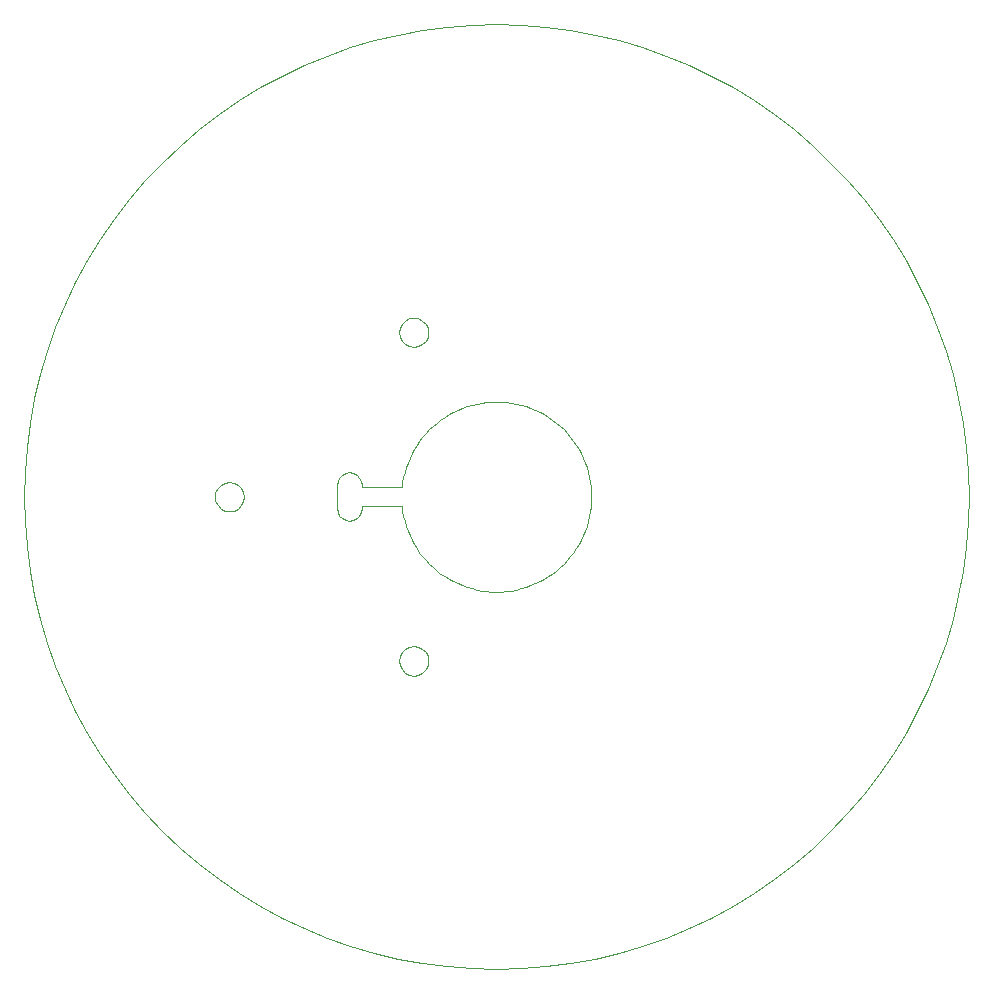
<source format=gbr>
%TF.GenerationSoftware,KiCad,Pcbnew,6.0.4-6f826c9f35~116~ubuntu20.04.1*%
%TF.CreationDate,2023-02-08T16:25:57+00:00*%
%TF.ProjectId,USTTHUNDERMILLPCB01,55535454-4855-44e4-9445-524d494c4c50,rev?*%
%TF.SameCoordinates,Original*%
%TF.FileFunction,Profile,NP*%
%FSLAX46Y46*%
G04 Gerber Fmt 4.6, Leading zero omitted, Abs format (unit mm)*
G04 Created by KiCad (PCBNEW 6.0.4-6f826c9f35~116~ubuntu20.04.1) date 2023-02-08 16:25:57*
%MOMM*%
%LPD*%
G01*
G04 APERTURE LIST*
%TA.AperFunction,Profile*%
%ADD10C,0.050000*%
%TD*%
G04 APERTURE END LIST*
D10*
X-6613732Y15088799D02*
X-6265271Y14911301D01*
X-5988732Y14634701D01*
X-5811181Y14286301D01*
X-5750000Y13900000D01*
X-5811181Y13513699D01*
X-5988732Y13165299D01*
X-6265271Y12888699D01*
X-6613732Y12711201D01*
X-7000000Y12650000D01*
X-7386269Y12711197D01*
X-7734730Y12888697D01*
X-8011269Y13165297D01*
X-8188820Y13513697D01*
X-8250000Y13900000D01*
X-8188820Y14286301D01*
X-8011269Y14634701D01*
X-7734730Y14911301D01*
X-7386269Y15088799D01*
X-7000000Y15150000D01*
X-6613732Y15088799D01*
X-6613732Y-12711200D02*
X-6265271Y-12888698D01*
X-5988732Y-13165298D01*
X-5811181Y-13513698D01*
X-5750000Y-13900001D01*
X-5811181Y-14286300D01*
X-5988732Y-14634700D01*
X-6265271Y-14911300D01*
X-6613732Y-15088798D01*
X-7000000Y-15150001D01*
X-7386269Y-15088798D01*
X-7734730Y-14911300D01*
X-8011269Y-14634700D01*
X-8188820Y-14286300D01*
X-8250000Y-13900001D01*
X-8188820Y-13513702D01*
X-8011269Y-13165298D01*
X-7734730Y-12888698D01*
X-7386269Y-12711200D01*
X-7000000Y-12650001D01*
X-6613732Y-12711200D01*
X-22213702Y1188820D02*
X-21865302Y1011269D01*
X-21588702Y734730D01*
X-21411202Y386273D01*
X-21350001Y0D01*
X-21411200Y-386272D01*
X-21588700Y-734729D01*
X-21865300Y-1011268D01*
X-22213700Y-1188819D01*
X-22600001Y-1250000D01*
X-22986300Y-1188819D01*
X-23334700Y-1011268D01*
X-23611300Y-734729D01*
X-23788800Y-386272D01*
X-23850001Y0D01*
X-23788800Y386273D01*
X-23611300Y734730D01*
X-23334700Y1011269D01*
X-22986300Y1188820D01*
X-22600001Y1250000D01*
X-22213702Y1188820D01*
X2093441Y39945195D02*
X4181140Y39780896D01*
X6257377Y39507496D01*
X8316467Y39125897D01*
X10352798Y38636998D01*
X12360698Y38042298D01*
X14334701Y37343197D01*
X16269500Y36541798D01*
X18159599Y35640297D01*
X20000000Y34640999D01*
X21785598Y33546801D01*
X23511398Y32360701D01*
X25172798Y31085801D01*
X26765197Y29725800D01*
X28284301Y28284300D01*
X29725799Y26765200D01*
X31085800Y25172801D01*
X32360702Y23511401D01*
X33546798Y21785601D01*
X34640998Y20000000D01*
X35640304Y18159600D01*
X36541801Y16269501D01*
X37343200Y14334700D01*
X38042297Y12360699D01*
X38637001Y10352799D01*
X39125900Y8316472D01*
X39507499Y6257382D01*
X39780899Y4181141D01*
X39945205Y2093442D01*
X40000000Y0D01*
X39945190Y-2093448D01*
X39780899Y-4181148D01*
X39507492Y-6257385D01*
X39125900Y-8316474D01*
X38636993Y-10352806D01*
X38042297Y-12360706D01*
X37343200Y-14334709D01*
X36541793Y-16269508D01*
X35640296Y-18159606D01*
X34640998Y-20000007D01*
X33546798Y-21785606D01*
X32360702Y-23511405D01*
X31085800Y-25172805D01*
X29725799Y-26765205D01*
X28284301Y-28284309D01*
X26765197Y-29725807D01*
X25172798Y-31085807D01*
X23511398Y-32360702D01*
X21785598Y-33546806D01*
X20000000Y-34641006D01*
X18159599Y-35640304D01*
X16269500Y-36541809D01*
X14334701Y-37343200D01*
X12360698Y-38042304D01*
X10352798Y-38637008D01*
X8316467Y-39125900D01*
X6257377Y-39507507D01*
X4181140Y-39780899D01*
X2093441Y-39945205D01*
X0Y-40000000D01*
X-2093445Y-39945190D01*
X-4181145Y-39780899D01*
X-6257386Y-39507492D01*
X-8316475Y-39125900D01*
X-10352807Y-38636993D01*
X-12360707Y-38042297D01*
X-14334706Y-37343200D01*
X-16269507Y-36541793D01*
X-18159607Y-35640296D01*
X-20000006Y-34640998D01*
X-21785607Y-33546798D01*
X-23511406Y-32360702D01*
X-25172806Y-31085800D01*
X-26765206Y-29725799D01*
X-28284306Y-28284301D01*
X-29725806Y-26765197D01*
X-31085806Y-25172798D01*
X-32360707Y-23511398D01*
X-33546807Y-21785598D01*
X-34641007Y-20000000D01*
X-35640305Y-18159599D01*
X-36541806Y-16269500D01*
X-37343205Y-14334701D01*
X-38042305Y-12360698D01*
X-38637005Y-10352798D01*
X-39125905Y-8316467D01*
X-39507504Y-6257377D01*
X-39780903Y-4181140D01*
X-39945202Y-2093441D01*
X-40000000Y0D01*
X-39945202Y2093445D01*
X-39780903Y4181145D01*
X-39507504Y6257386D01*
X-39125905Y8316475D01*
X-38637005Y10352807D01*
X-38042305Y12360707D01*
X-37343205Y14334706D01*
X-36541806Y16269507D01*
X-35640305Y18159607D01*
X-34641003Y20000006D01*
X-33546803Y21785607D01*
X-32360703Y23511406D01*
X-31085803Y25172806D01*
X-29725802Y26765206D01*
X-28284302Y28284306D01*
X-26765202Y29725806D01*
X-25172802Y31085806D01*
X-23511403Y32360707D01*
X-21785603Y33546807D01*
X-20000002Y34641007D01*
X-18159602Y35640305D01*
X-16269501Y36541806D01*
X-14334702Y37343205D01*
X-12360701Y38042305D01*
X-10352799Y38637005D01*
X-8316472Y39125905D01*
X-6257382Y39507504D01*
X-4181141Y39780903D01*
X-2093442Y39945202D01*
X0Y40000000D01*
X2093441Y39945195D01*
X421302Y8038971D02*
X841453Y8005902D01*
X1259300Y7950890D01*
X1673690Y7874093D01*
X2083488Y7775700D01*
X2487590Y7655999D01*
X2884860Y7515320D01*
X3274230Y7354043D01*
X3654621Y7172600D01*
X4025001Y6971501D01*
X4384338Y6751301D01*
X4731670Y6512589D01*
X5066032Y6256020D01*
X5386501Y5982319D01*
X5692211Y5692212D01*
X5982318Y5386502D01*
X6256019Y5066029D01*
X6512588Y4731671D01*
X6751300Y4384339D01*
X6971500Y4025002D01*
X7172599Y3654622D01*
X7354042Y3274231D01*
X7515319Y2884861D01*
X7655998Y2487591D01*
X7775699Y2083489D01*
X7874092Y1673691D01*
X7950889Y1259301D01*
X8005901Y841454D01*
X8038970Y421303D01*
X8049999Y0D01*
X8038970Y-421302D01*
X8005901Y-841453D01*
X7950889Y-1259300D01*
X7874092Y-1673690D01*
X7775699Y-2083488D01*
X7655998Y-2487590D01*
X7515319Y-2884860D01*
X7354042Y-3274230D01*
X7172599Y-3654621D01*
X6971500Y-4025001D01*
X6751300Y-4384338D01*
X6512588Y-4731670D01*
X6256019Y-5066028D01*
X5982318Y-5386501D01*
X5692211Y-5692211D01*
X5386501Y-5982318D01*
X5066028Y-6256019D01*
X4731670Y-6512588D01*
X4384338Y-6751300D01*
X4025001Y-6971500D01*
X3654621Y-7172599D01*
X3274230Y-7354042D01*
X2884860Y-7515319D01*
X2487590Y-7655998D01*
X2083488Y-7775699D01*
X1673690Y-7874092D01*
X1259300Y-7950889D01*
X841453Y-8005901D01*
X421302Y-8038970D01*
X0Y-8049999D01*
X-421303Y-8038970D01*
X-841454Y-8005901D01*
X-1259301Y-7950889D01*
X-1673691Y-7874092D01*
X-2083489Y-7775699D01*
X-2487591Y-7655998D01*
X-2884861Y-7515319D01*
X-3274231Y-7354042D01*
X-3654622Y-7172599D01*
X-4025002Y-6971500D01*
X-4384339Y-6751300D01*
X-4731671Y-6512588D01*
X-5066029Y-6256019D01*
X-5386502Y-5982318D01*
X-5692212Y-5692211D01*
X-5982319Y-5386501D01*
X-6256020Y-5066028D01*
X-6512589Y-4731670D01*
X-6751301Y-4384338D01*
X-6971501Y-4025001D01*
X-7172600Y-3654621D01*
X-7354043Y-3274230D01*
X-7515320Y-2884860D01*
X-7655999Y-2487590D01*
X-7775700Y-2083488D01*
X-7874093Y-1673690D01*
X-7950890Y-1259300D01*
X-8005902Y-841453D01*
X-8011132Y-775001D01*
X-11400000Y-775001D01*
X-11400000Y-1000000D01*
X-11451401Y-1324470D01*
X-11600501Y-1617168D01*
X-11832800Y-1849472D01*
X-12125500Y-1998611D01*
X-12450001Y-2049999D01*
X-12774500Y-1998611D01*
X-13067200Y-1849472D01*
X-13299500Y-1617168D01*
X-13448601Y-1324470D01*
X-13500000Y-1000000D01*
X-13500000Y1000000D01*
X-13448601Y1324471D01*
X-13299500Y1617169D01*
X-13067200Y1849469D01*
X-12774500Y1998612D01*
X-12450001Y2050000D01*
X-12125500Y1998612D01*
X-11832800Y1849469D01*
X-11600501Y1617169D01*
X-11451401Y1324471D01*
X-11400000Y1000000D01*
X-11400000Y775002D01*
X-8011132Y775002D01*
X-8005902Y841454D01*
X-7950890Y1259301D01*
X-7874093Y1673691D01*
X-7775700Y2083489D01*
X-7655999Y2487591D01*
X-7515320Y2884861D01*
X-7354043Y3274231D01*
X-7172600Y3654622D01*
X-6971501Y4025002D01*
X-6751301Y4384339D01*
X-6512589Y4731671D01*
X-6256020Y5066029D01*
X-5982319Y5386502D01*
X-5692212Y5692212D01*
X-5386502Y5982319D01*
X-5066029Y6256020D01*
X-4731671Y6512589D01*
X-4384339Y6751301D01*
X-4025002Y6971501D01*
X-3654622Y7172600D01*
X-3274231Y7354043D01*
X-2884861Y7515320D01*
X-2487591Y7655999D01*
X-2083489Y7775700D01*
X-1673691Y7874093D01*
X-1259301Y7950890D01*
X-841454Y8005902D01*
X-421303Y8038971D01*
X0Y8050000D01*
X421302Y8038971D01*
M02*

</source>
